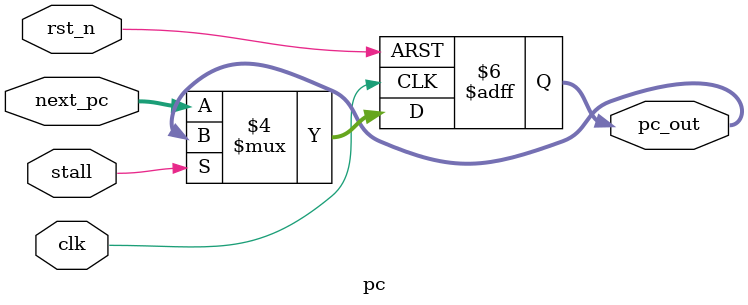
<source format=v>
module pc (
    input  wire        clk,
    input  wire        rst_n,     
    input  wire        stall,     
    input  wire [31:0] next_pc,
    output reg  [31:0] pc_out
);

always @(posedge clk or negedge rst_n) begin
    if (!rst_n)
        pc_out <= 32'd0;
    else if (!stall)
        pc_out <= next_pc;
end

endmodule
</source>
